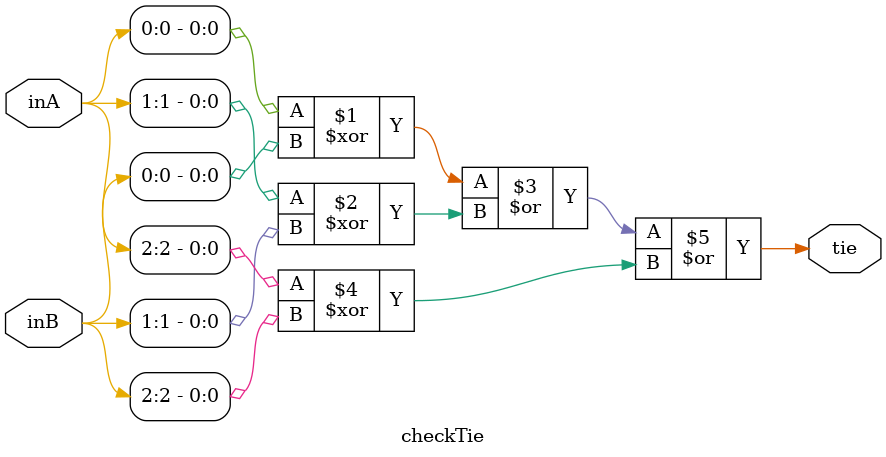
<source format=sv>
module checkTie (
  input logic [2:0] inA,
  input logic [2:0] inB,
  output logic tie);
  
/*
  always_comb begin
    assign tie = 1'b1;
	
    for (int i=0; i < 2; i++) begin 
	  if ( inA[i] == inB[i] & tie == 1'b1 )
	    assign tie = 1'b1;
	  else
	    assign tie = 1'b0;
    end
  end
*/
  assign tie = (inA[0]^inB[0]) | (inA[1]^inB[1]) | (inA[2]^inB[2]);
endmodule
</source>
